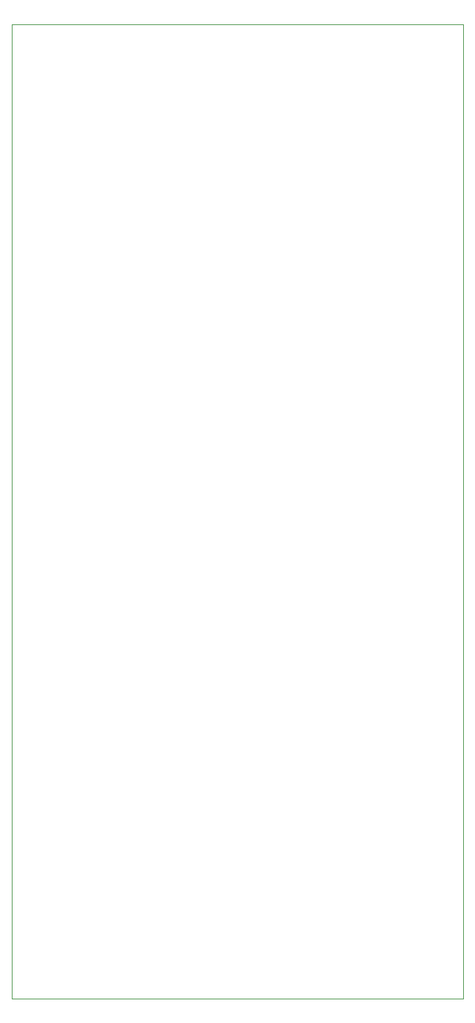
<source format=gm1>
G04 #@! TF.GenerationSoftware,KiCad,Pcbnew,9.0.5*
G04 #@! TF.CreationDate,2025-11-23T21:58:28+00:00*
G04 #@! TF.ProjectId,OpenThermShield,4f70656e-5468-4657-926d-536869656c64,rev?*
G04 #@! TF.SameCoordinates,Original*
G04 #@! TF.FileFunction,Profile,NP*
%FSLAX46Y46*%
G04 Gerber Fmt 4.6, Leading zero omitted, Abs format (unit mm)*
G04 Created by KiCad (PCBNEW 9.0.5) date 2025-11-23 21:58:28*
%MOMM*%
%LPD*%
G01*
G04 APERTURE LIST*
G04 #@! TA.AperFunction,Profile*
%ADD10C,0.050000*%
G04 #@! TD*
G04 APERTURE END LIST*
D10*
X86500000Y-44500000D02*
X141500000Y-44500000D01*
X141500000Y-163000000D01*
X86500000Y-163000000D01*
X86500000Y-44500000D01*
M02*

</source>
